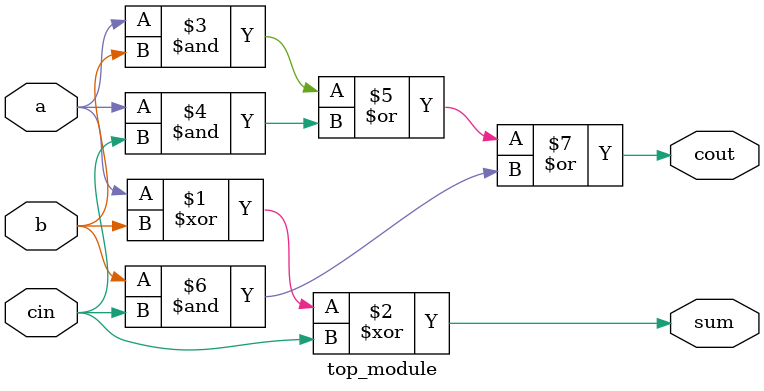
<source format=v>
module top_module( 
    input a, b, cin,
    output cout, sum );
    
    assign sum = a ^ b ^ cin;
    assign cout = a & b | a & cin | b & cin;

endmodule
</source>
